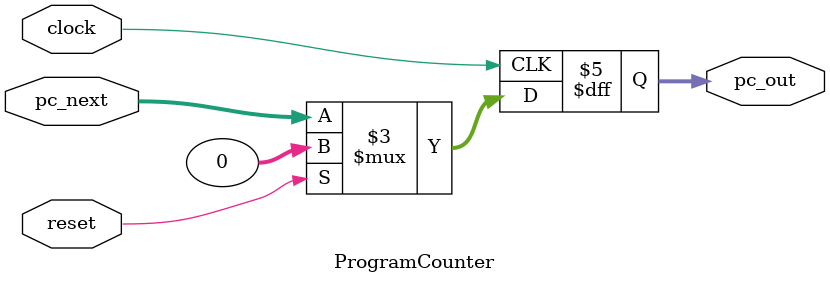
<source format=sv>
module ProgramCounter #(
	parameter DataWidth = 32
)(
	input logic clock,
	input logic reset,
	input logic [DataWidth-1:0] pc_next,
	output logic [DataWidth-1:0] pc_out
);
	
	// increments pc on every positive clock edge
	always_ff @(posedge clock) begin
		if (reset) begin
			pc_out <= '0;
		end else begin
			pc_out <= pc_next;
		end
	end

endmodule

</source>
